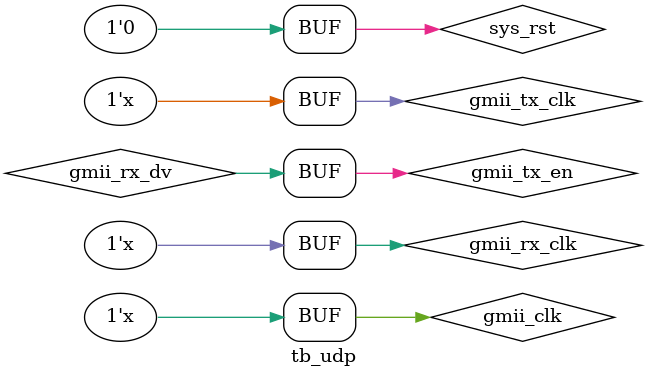
<source format=v>
`timescale 1ns / 1ps


module tb_udp();

parameter   T = 8;
parameter   OP_CYCLE = 100;

parameter   BOARD_MAC  = 48'h00_11_22_33_44_55;
parameter   BOARD_IP   = {8'd192, 8'd168, 8'd0, 8'd2};
parameter   DES_MAC    = 48'hff_ff_ff_ff_ff_ff;
parameter   DES_IP     = {8'd192, 8'd168, 8'd0, 8'd2}; 

// reg define
reg         gmii_clk;
reg         sys_rst;

reg         tx_start_en;
reg [7:0]   tx_data;
reg [15:0]  tx_byte_num;
reg [47:0]  des_mac;
reg [31:0]  des_ip;

reg [3:0]   flow_cnt;
reg [13:0]  delay_cnt;

// wire define
wire        gmii_rx_clk;
wire        gmii_rx_dv;
wire [7:0]  gmii_rxd;
wire        gmii_tx_clk;
wire        gmii_tx_en;
wire [7:0]  gmii_txd;

wire        tx_done;
wire        tx_req;

assign  gmii_rx_clk = gmii_clk;
assign  gmii_tx_clk = gmii_clk;
assign  gmii_rx_dv  = gmii_tx_en;
assign  gmii_rxd    = gmii_txd;

// ³õÊ¼»¯ÊäÈëÐÅºÅ
initial begin
    gmii_clk        = 1'b0;
    sys_rst         = 1'b1;
    #(T+1) sys_rst  = 1'b0;
end

always #(T/2) gmii_clk = ~gmii_clk;

always @(posedge gmii_clk or posedge sys_rst) begin
    if(sys_rst) begin
        tx_start_en    <= 1'd0;
        tx_data        <= 8'd0;
        tx_byte_num    <= 16'd0;
        des_mac        <= 48'd0;
        des_ip         <= 32'd0;
        flow_cnt       <= 4'd0;
        delay_cnt      <= 14'd0;
    end
    else begin
        case(flow_cnt)
            4'd0: flow_cnt <= flow_cnt + 4'd1;

            4'd1: begin
                tx_start_en <= 1'b1;
                tx_byte_num <= 16'd10;              // UDPÒª·¢ËÍµÄ±¨ÎÄ×Ö½ÚÊý
                flow_cnt    <= flow_cnt + 4'd1;
            end

            4'd2: begin
                tx_start_en <= 1'b0;
                flow_cnt    <= flow_cnt + 4'd1; 
            end

            4'd3: begin
                if(tx_req)
                    tx_data <= tx_data + 8'h11;
                if(tx_done) begin
                    flow_cnt <= flow_cnt + 4'd1; 
                    tx_data <= 8'h33;
                end
            end

            4'd4: begin
                delay_cnt <= delay_cnt + 1'b1;
                if(delay_cnt == OP_CYCLE - 1)
                    flow_cnt <= flow_cnt + 4'd1;
            end

            4'd5: begin
                tx_start_en <= 1'b1;
                tx_byte_num <= 16'd30;
                flow_cnt <= flow_cnt + 4'd1;
            end

            4'd6: begin
                tx_start_en <= 1'b0;
                flow_cnt <= flow_cnt + 4'd1;
            end

            4'd7: begin
                if(tx_req)
                    tx_data <= tx_data + 8'h11;
                if(tx_done) begin
                    flow_cnt <= flow_cnt + 4'd1;
                    tx_data <= 8'h33;
                end
            end
        endcase
    end
end

udp #(
    .BOARD_IP(BOARD_IP),
    .BOARD_MAC(BOARD_MAC),
    .DES_IP(DES_IP),
    .DES_MAC(DES_MAC)
)u_udp(
    .rst                (sys_rst),
    .gmii_rx_clk        (gmii_rx_clk),
    .gmii_rx_dv         (gmii_rx_dv),
    .gmii_rxd           (gmii_rxd),
    .gmii_tx_clk        (gmii_tx_clk),
    .gmii_tx_en         (gmii_tx_en),
    .gmii_txd           (gmii_txd),          
    .rec_pkt_done       (),
    .rec_en             (),
    .rec_data           (),
    .rec_byte_num       (),
    .tx_start_en        (tx_start_en),
    .tx_data            (tx_data),
    .tx_byte_num        (tx_byte_num),
    .des_mac            (des_mac),
    .des_ip             (des_ip),
    .tx_done            (tx_done),
    .tx_req             (tx_req)

);


endmodule

</source>
